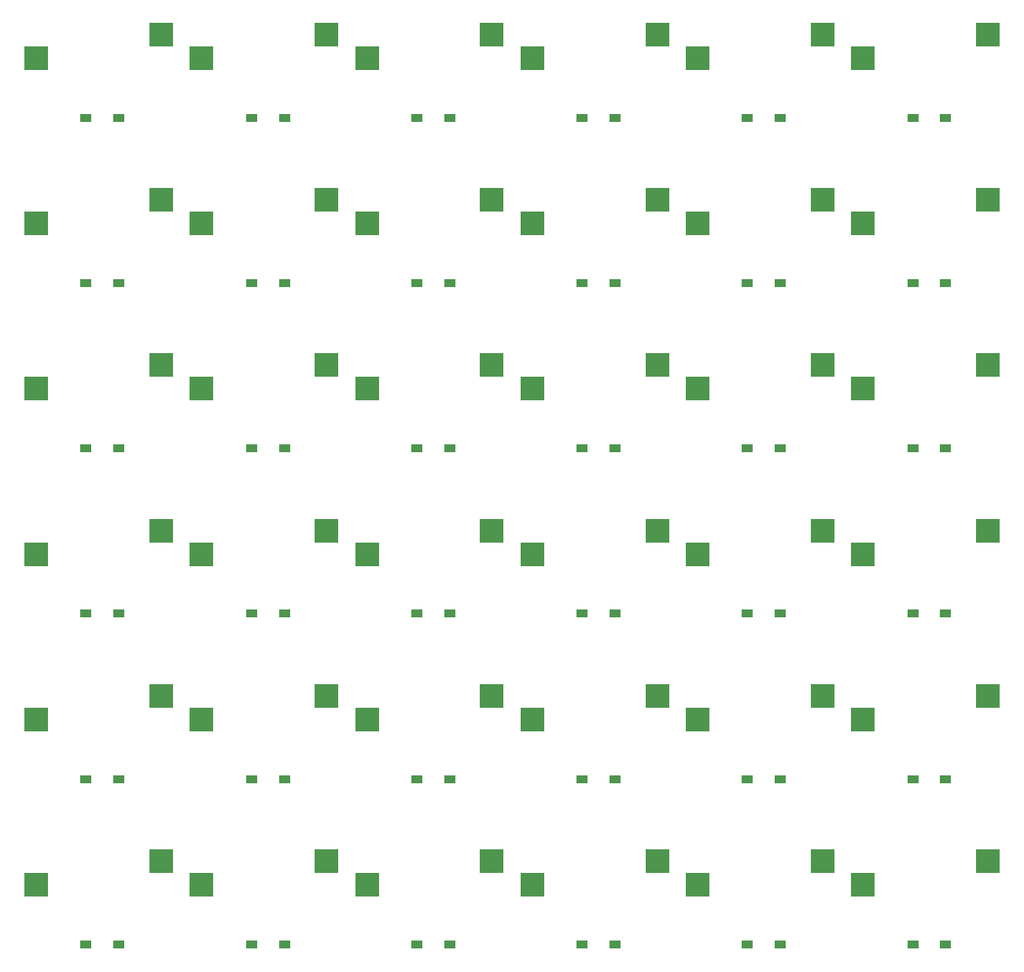
<source format=gbp>
G04 #@! TF.GenerationSoftware,KiCad,Pcbnew,(5.1.4)-1*
G04 #@! TF.CreationDate,2020-01-11T14:22:52+01:00*
G04 #@! TF.ProjectId,plaque2,706c6171-7565-4322-9e6b-696361645f70,1*
G04 #@! TF.SameCoordinates,Original*
G04 #@! TF.FileFunction,Paste,Bot*
G04 #@! TF.FilePolarity,Positive*
%FSLAX46Y46*%
G04 Gerber Fmt 4.6, Leading zero omitted, Abs format (unit mm)*
G04 Created by KiCad (PCBNEW (5.1.4)-1) date 2020-01-11 14:22:52*
%MOMM*%
%LPD*%
G04 APERTURE LIST*
%ADD10R,2.550000X2.500000*%
%ADD11R,1.300000X0.950000*%
G04 APERTURE END LIST*
D10*
X180455000Y-106015000D03*
X193905000Y-103475000D03*
X198255000Y-106015000D03*
X211705000Y-103475000D03*
D11*
X207165000Y-112430000D03*
X203615000Y-112430000D03*
D10*
X176105000Y-103475000D03*
X162655000Y-106015000D03*
D11*
X168015000Y-112430000D03*
X171565000Y-112430000D03*
X189365000Y-112430000D03*
X185815000Y-112430000D03*
X185815000Y-41230000D03*
X189365000Y-41230000D03*
D10*
X193905000Y-32275000D03*
X180455000Y-34815000D03*
X211705000Y-121275000D03*
X198255000Y-123815000D03*
X193905000Y-121275000D03*
X180455000Y-123815000D03*
D11*
X185815000Y-130230000D03*
X189365000Y-130230000D03*
D10*
X162655000Y-123815000D03*
X176105000Y-121275000D03*
D11*
X171565000Y-130230000D03*
X168015000Y-130230000D03*
X203615000Y-130230000D03*
X207165000Y-130230000D03*
X203615000Y-41230000D03*
X207165000Y-41230000D03*
D10*
X211705000Y-32275000D03*
X198255000Y-34815000D03*
X162655000Y-88215000D03*
X176105000Y-85675000D03*
D11*
X171565000Y-94630000D03*
X168015000Y-94630000D03*
X203615000Y-94630000D03*
X207165000Y-94630000D03*
D10*
X198255000Y-70415000D03*
X211705000Y-67875000D03*
D11*
X168015000Y-76830000D03*
X171565000Y-76830000D03*
X207165000Y-76830000D03*
X203615000Y-76830000D03*
X189365000Y-76830000D03*
X185815000Y-76830000D03*
D10*
X180455000Y-70415000D03*
X193905000Y-67875000D03*
D11*
X171565000Y-41230000D03*
X168015000Y-41230000D03*
D10*
X162655000Y-34815000D03*
X176105000Y-32275000D03*
X176105000Y-67875000D03*
X162655000Y-70415000D03*
D11*
X185815000Y-94630000D03*
X189365000Y-94630000D03*
D10*
X211705000Y-85675000D03*
X198255000Y-88215000D03*
X193905000Y-85675000D03*
X180455000Y-88215000D03*
X198255000Y-52615000D03*
X211705000Y-50075000D03*
X180455000Y-52615000D03*
X193905000Y-50075000D03*
D11*
X189365000Y-59030000D03*
X185815000Y-59030000D03*
D10*
X176105000Y-50075000D03*
X162655000Y-52615000D03*
D11*
X168015000Y-59030000D03*
X171565000Y-59030000D03*
X207165000Y-59030000D03*
X203615000Y-59030000D03*
X132415000Y-112430000D03*
X135965000Y-112430000D03*
D10*
X140505000Y-103475000D03*
X127055000Y-106015000D03*
D11*
X150215000Y-112430000D03*
X153765000Y-112430000D03*
D10*
X158305000Y-103475000D03*
X144855000Y-106015000D03*
D11*
X118165000Y-112430000D03*
X114615000Y-112430000D03*
D10*
X109255000Y-106015000D03*
X122705000Y-103475000D03*
X144855000Y-123815000D03*
X158305000Y-121275000D03*
X127055000Y-123815000D03*
X140505000Y-121275000D03*
D11*
X135965000Y-130230000D03*
X132415000Y-130230000D03*
D10*
X122705000Y-121275000D03*
X109255000Y-123815000D03*
D11*
X114615000Y-130230000D03*
X118165000Y-130230000D03*
X153765000Y-130230000D03*
X150215000Y-130230000D03*
X132415000Y-76830000D03*
X135965000Y-76830000D03*
D10*
X140505000Y-67875000D03*
X127055000Y-70415000D03*
D11*
X150215000Y-76830000D03*
X153765000Y-76830000D03*
D10*
X158305000Y-67875000D03*
X144855000Y-70415000D03*
D11*
X118165000Y-76830000D03*
X114615000Y-76830000D03*
D10*
X109255000Y-70415000D03*
X122705000Y-67875000D03*
X144855000Y-88215000D03*
X158305000Y-85675000D03*
X127055000Y-88215000D03*
X140505000Y-85675000D03*
D11*
X135965000Y-94630000D03*
X132415000Y-94630000D03*
D10*
X122705000Y-85675000D03*
X109255000Y-88215000D03*
D11*
X114615000Y-94630000D03*
X118165000Y-94630000D03*
X153765000Y-94630000D03*
X150215000Y-94630000D03*
X132415000Y-59030000D03*
X135965000Y-59030000D03*
D10*
X140505000Y-50075000D03*
X127055000Y-52615000D03*
D11*
X150215000Y-59030000D03*
X153765000Y-59030000D03*
D10*
X158305000Y-50075000D03*
X144855000Y-52615000D03*
D11*
X118165000Y-59030000D03*
X114615000Y-59030000D03*
D10*
X109255000Y-52615000D03*
X122705000Y-50075000D03*
D11*
X153765000Y-41230000D03*
X150215000Y-41230000D03*
D10*
X144855000Y-34815000D03*
X158305000Y-32275000D03*
D11*
X135965000Y-41230000D03*
X132415000Y-41230000D03*
D10*
X127055000Y-34815000D03*
X140505000Y-32275000D03*
D11*
X114615000Y-41230000D03*
X118165000Y-41230000D03*
D10*
X122705000Y-32275000D03*
X109255000Y-34815000D03*
M02*

</source>
